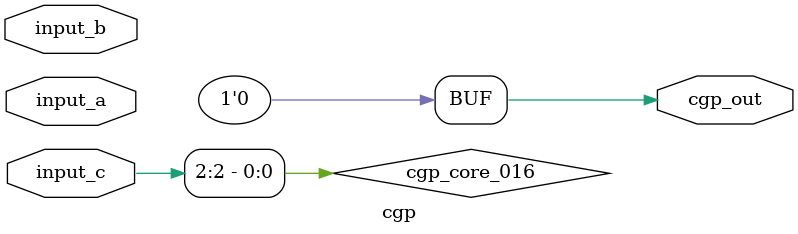
<source format=v>
module cgp(input [2:0] input_a, input [2:0] input_b, input [2:0] input_c, output [0:0] cgp_out);
  wire cgp_core_014;
  wire cgp_core_015;
  wire cgp_core_016;
  wire cgp_core_017;
  wire cgp_core_018;
  wire cgp_core_022;
  wire cgp_core_023;
  wire cgp_core_024;
  wire cgp_core_026;
  wire cgp_core_028;
  wire cgp_core_030;
  wire cgp_core_034;
  wire cgp_core_035_not;
  wire cgp_core_036;
  wire cgp_core_038_not;
  wire cgp_core_039;
  wire cgp_core_041;

  assign cgp_core_014 = ~(input_a[0] & input_b[0]);
  assign cgp_core_015 = input_c[1] ^ input_a[2];
  assign cgp_core_016 = input_c[2] & input_c[2];
  assign cgp_core_017 = cgp_core_014 | input_a[2];
  assign cgp_core_018 = input_a[2] | input_c[0];
  assign cgp_core_022 = input_a[0] | input_b[0];
  assign cgp_core_023 = ~(input_a[0] ^ input_b[1]);
  assign cgp_core_024 = input_a[1] ^ input_b[1];
  assign cgp_core_026 = input_a[1] & input_b[2];
  assign cgp_core_028 = ~input_b[0];
  assign cgp_core_030 = input_c[1] & input_a[0];
  assign cgp_core_034 = ~(input_b[2] & input_c[1]);
  assign cgp_core_035_not = ~input_a[2];
  assign cgp_core_036 = ~(input_a[2] ^ input_c[1]);
  assign cgp_core_038_not = ~input_a[0];
  assign cgp_core_039 = ~(input_c[2] | input_b[0]);
  assign cgp_core_041 = ~input_a[0];

  assign cgp_out[0] = 1'b0;
endmodule
</source>
